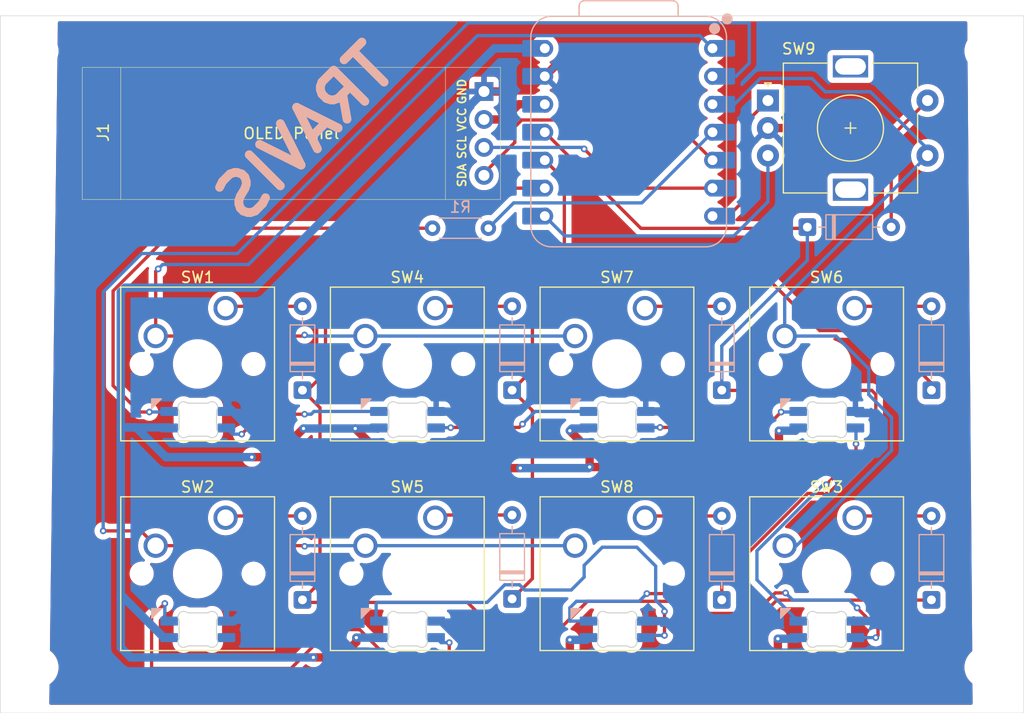
<source format=kicad_pcb>
(kicad_pcb (version 20241229) (generator "pcbnew") (generator_version "9.0")
  (layers (0 "F.Cu" signal) (2 "B.Cu" signal) (13 "F.Paste" user) (15 "B.Paste" user) (5 "F.SilkS" user "F.Silkscreen") (7 "B.SilkS" user "B.Silkscreen") (1 "F.Mask" user) (3 "B.Mask" user) (25 "Edge.Cuts" user))
  (net 0 "")
  (net 1 "Net-(D1-A)")
  (net 2 "/ROW1")
  (net 3 "Net-(D2-A)")
  (net 4 "Net-(D3-A)")
  (net 5 "Net-(D4-A)")
  (net 6 "/ROW2")
  (net 7 "Net-(D5-A)")
  (net 8 "Net-(D6-A)")
  (net 9 "Net-(D7-A)")
  (net 10 "/ROW3")
  (net 11 "Net-(D8-A)")
  (net 12 "/sw11row")
  (net 13 "/SCL")
  (net 14 "+3V3")
  (net 15 "/SDA")
  (net 16 "GND")
  (net 17 "+5V")
  (net 18 "Net-(led1-DIN)")
  (net 19 "Net-(led1-DOUT)")
  (net 20 "Net-(led2-DOUT)")
  (net 21 "Net-(led3-DOUT)")
  (net 22 "Net-(led4-DOUT)")
  (net 23 "Net-(led5-DOUT)")
  (net 24 "Net-(led6-DOUT)")
  (net 25 "Net-(led7-DOUT)")
  (net 27 "/RGBW_data")
  (net 28 "/COL1")
  (net 29 "/COL2")
  (net 30 "/COL3")
  (net 31 "/EnB")
  (net 32 "/EnA")
  (footprint "custem_file:MX_SK6812MINI-E_REV" (layer "F.Cu") (at 40.5 90.47)
    (property "Reference" "led8" (hide yes))
    (property "Value" "SK6812MINI" (hide yes))
    (fp_line (start -1.699999 5.782842) (end -1.699999 4.377158) (stroke (width 0.1)) (layer "Edge.Cuts"))
    (fp_line (start -0.794452 3.58) (end 0.794452 3.58) (stroke (width 0.1)) (layer "Edge.Cuts"))
    (fp_line (start 0.794452 6.579999) (end -0.794453 6.579999) (stroke (width 0.1)) (layer "Edge.Cuts"))
    (fp_line (start 1.699999 4.377158) (end 1.699999 5.782842) (stroke (width 0.1)) (layer "Edge.Cuts"))
    (fp_arc (start -1.749484 4.16028) (mid -1.712527 4.265932) (end -1.699999 4.377158) (stroke (width 0.1)) (layer "Edge.Cuts"))
    (fp_arc (start -1.749484 4.160281) (mid -1.638072 3.575965) (end -1.046711 3.511701) (stroke (width 0.1)) (layer "Edge.Cuts"))
    (fp_arc (start -1.699999 5.782843) (mid -1.712527 5.894068) (end -1.749484 5.99972) (stroke (width 0.1)) (layer "Edge.Cuts"))
    (fp_arc (start -1.046711 6.648298) (mid -1.638071 6.584034) (end -1.749484 5.99972) (stroke (width 0.1)) (layer "Edge.Cuts"))
    (fp_arc (start -1.046711 6.648298) (mid -0.925123 6.597376) (end -0.794453 6.579999) (stroke (width 0.1)) (layer "Edge.Cuts"))
    (fp_arc (start -0.794452 3.58) (mid -0.925123 3.562623) (end -1.046711 3.511701) (stroke (width 0.1)) (layer "Edge.Cuts"))
    (fp_arc (start 0.794453 6.58) (mid 0.925123 6.597377) (end 1.046711 6.648299) (stroke (width 0.1)) (layer "Edge.Cuts"))
    (fp_arc (start 1.04671 3.511701) (mid 0.925122 3.562623) (end 0.794452 3.58) (stroke (width 0.1)) (layer "Edge.Cuts"))
    (fp_arc (start 1.046711 3.511703) (mid 1.63807 3.575966) (end 1.749484 4.16028) (stroke (width 0.1)) (layer "Edge.Cuts"))
    (fp_arc (start 1.699999 4.377157) (mid 1.712527 4.265932) (end 1.749484 4.16028) (stroke (width 0.1)) (layer "Edge.Cuts"))
    (fp_arc (start 1.749484 5.99972) (mid 1.638071 6.584035) (end 1.046711 6.648299) (stroke (width 0.1)) (layer "Edge.Cuts"))
    (fp_arc (start 1.749484 5.99972) (mid 1.712527 5.894068) (end 1.699999 5.782842) (stroke (width 0.1)) (layer "Edge.Cuts"))
  )
  (footprint "custem_file:MX_SK6812MINI-E_REV" (layer "F.Cu") (at 78.6 71.42)
    (property "Reference" "led3" (hide yes))
    (property "Value" "SK6812MINI" (hide yes))
    (fp_line (start -1.699999 5.782842) (end -1.699999 4.377158) (stroke (width 0.1)) (layer "Edge.Cuts"))
    (fp_line (start -0.794452 3.58) (end 0.794452 3.58) (stroke (width 0.1)) (layer "Edge.Cuts"))
    (fp_line (start 0.794452 6.579999) (end -0.794453 6.579999) (stroke (width 0.1)) (layer "Edge.Cuts"))
    (fp_line (start 1.699999 4.377158) (end 1.699999 5.782842) (stroke (width 0.1)) (layer "Edge.Cuts"))
    (fp_arc (start -1.749484 4.16028) (mid -1.712527 4.265932) (end -1.699999 4.377158) (stroke (width 0.1)) (layer "Edge.Cuts"))
    (fp_arc (start -1.749484 4.160281) (mid -1.638072 3.575965) (end -1.046711 3.511701) (stroke (width 0.1)) (layer "Edge.Cuts"))
    (fp_arc (start -1.699999 5.782843) (mid -1.712527 5.894068) (end -1.749484 5.99972) (stroke (width 0.1)) (layer "Edge.Cuts"))
    (fp_arc (start -1.046711 6.648298) (mid -1.638071 6.584034) (end -1.749484 5.99972) (stroke (width 0.1)) (layer "Edge.Cuts"))
    (fp_arc (start -1.046711 6.648298) (mid -0.925123 6.597376) (end -0.794453 6.579999) (stroke (width 0.1)) (layer "Edge.Cuts"))
    (fp_arc (start -0.794452 3.58) (mid -0.925123 3.562623) (end -1.046711 3.511701) (stroke (width 0.1)) (layer "Edge.Cuts"))
    (fp_arc (start 0.794453 6.58) (mid 0.925123 6.597377) (end 1.046711 6.648299) (stroke (width 0.1)) (layer "Edge.Cuts"))
    (fp_arc (start 1.04671 3.511701) (mid 0.925122 3.562623) (end 0.794452 3.58) (stroke (width 0.1)) (layer "Edge.Cuts"))
    (fp_arc (start 1.046711 3.511703) (mid 1.63807 3.575966) (end 1.749484 4.16028) (stroke (width 0.1)) (layer "Edge.Cuts"))
    (fp_arc (start 1.699999 4.377157) (mid 1.712527 4.265932) (end 1.749484 4.16028) (stroke (width 0.1)) (layer "Edge.Cuts"))
    (fp_arc (start 1.749484 5.99972) (mid 1.638071 6.584035) (end 1.046711 6.648299) (stroke (width 0.1)) (layer "Edge.Cuts"))
    (fp_arc (start 1.749484 5.99972) (mid 1.712527 5.894068) (end 1.699999 5.782842) (stroke (width 0.1)) (layer "Edge.Cuts"))
  )
  (footprint "Button_Switch_Keyboard:SW_Cherry_MX_1.00u_PCB" (layer "F.Cu") (at 81.12125 85.4075)
    (property "Reference" "SW8")
    (property "Value" "keyswitch" (hide yes))
  )
  (footprint "MountingHole:MountingHole_3.2mm_M3" (layer "F.Cu") (at 112 43)
    (property "Reference" "H1" (hide yes))
    (property "Value" "MountingHole" (hide yes))
  )
  (footprint "Button_Switch_Keyboard:SW_Cherry_MX_1.00u_PCB" (layer "F.Cu") (at 62.07125 85.4075)
    (property "Reference" "SW5")
    (property "Value" "keyswitch" (hide yes))
  )
  (footprint "custem_file:MX_SK6812MINI-E_REV" (layer "F.Cu") (at 78.6 90.47)
    (property "Reference" "led6" (hide yes))
    (property "Value" "SK6812MINI" (hide yes))
    (fp_line (start -1.699999 5.782842) (end -1.699999 4.377158) (stroke (width 0.1)) (layer "Edge.Cuts"))
    (fp_line (start -0.794452 3.58) (end 0.794452 3.58) (stroke (width 0.1)) (layer "Edge.Cuts"))
    (fp_line (start 0.794452 6.579999) (end -0.794453 6.579999) (stroke (width 0.1)) (layer "Edge.Cuts"))
    (fp_line (start 1.699999 4.377158) (end 1.699999 5.782842) (stroke (width 0.1)) (layer "Edge.Cuts"))
    (fp_arc (start -1.749484 4.16028) (mid -1.712527 4.265932) (end -1.699999 4.377158) (stroke (width 0.1)) (layer "Edge.Cuts"))
    (fp_arc (start -1.749484 4.160281) (mid -1.638072 3.575965) (end -1.046711 3.511701) (stroke (width 0.1)) (layer "Edge.Cuts"))
    (fp_arc (start -1.699999 5.782843) (mid -1.712527 5.894068) (end -1.749484 5.99972) (stroke (width 0.1)) (layer "Edge.Cuts"))
    (fp_arc (start -1.046711 6.648298) (mid -1.638071 6.584034) (end -1.749484 5.99972) (stroke (width 0.1)) (layer "Edge.Cuts"))
    (fp_arc (start -1.046711 6.648298) (mid -0.925123 6.597376) (end -0.794453 6.579999) (stroke (width 0.1)) (layer "Edge.Cuts"))
    (fp_arc (start -0.794452 3.58) (mid -0.925123 3.562623) (end -1.046711 3.511701) (stroke (width 0.1)) (layer "Edge.Cuts"))
    (fp_arc (start 0.794453 6.58) (mid 0.925123 6.597377) (end 1.046711 6.648299) (stroke (width 0.1)) (layer "Edge.Cuts"))
    (fp_arc (start 1.04671 3.511701) (mid 0.925122 3.562623) (end 0.794452 3.58) (stroke (width 0.1)) (layer "Edge.Cuts"))
    (fp_arc (start 1.046711 3.511703) (mid 1.63807 3.575966) (end 1.749484 4.16028) (stroke (width 0.1)) (layer "Edge.Cuts"))
    (fp_arc (start 1.699999 4.377157) (mid 1.712527 4.265932) (end 1.749484 4.16028) (stroke (width 0.1)) (layer "Edge.Cuts"))
    (fp_arc (start 1.749484 5.99972) (mid 1.638071 6.584035) (end 1.046711 6.648299) (stroke (width 0.1)) (layer "Edge.Cuts"))
    (fp_arc (start 1.749484 5.99972) (mid 1.712527 5.894068) (end 1.699999 5.782842) (stroke (width 0.1)) (layer "Edge.Cuts"))
  )
  (footprint "MountingHole:MountingHole_3.2mm_M3" (layer "F.Cu") (at 112 99)
    (property "Reference" "H4" (hide yes))
    (property "Value" "MountingHole" (hide yes))
  )
  (footprint "Button_Switch_Keyboard:SW_Cherry_MX_1.00u_PCB" (layer "F.Cu") (at 43.02125 66.3575)
    (property "Reference" "SW1")
    (property "Value" "keyswitch" (hide yes))
  )
  (footprint "Rotary_Encoder:RotaryEncoder_Alps_EC11E-Switch_Vertical_H20mm" (layer "F.Cu") (at 92.3 47.5)
    (property "Reference" "SW9")
    (property "Value" "RotaryEncoder_Switch" (hide yes))
  )
  (footprint "custem_file:MX_SK6812MINI-E_REV" (layer "F.Cu") (at 40.5 71.42)
    (property "Reference" "led1" (hide yes))
    (property "Value" "SK6812MINI" (hide yes))
    (fp_line (start -1.699999 5.782842) (end -1.699999 4.377158) (stroke (width 0.1)) (layer "Edge.Cuts"))
    (fp_line (start -0.794452 3.58) (end 0.794452 3.58) (stroke (width 0.1)) (layer "Edge.Cuts"))
    (fp_line (start 0.794452 6.579999) (end -0.794453 6.579999) (stroke (width 0.1)) (layer "Edge.Cuts"))
    (fp_line (start 1.699999 4.377158) (end 1.699999 5.782842) (stroke (width 0.1)) (layer "Edge.Cuts"))
    (fp_arc (start -1.749484 4.16028) (mid -1.712527 4.265932) (end -1.699999 4.377158) (stroke (width 0.1)) (layer "Edge.Cuts"))
    (fp_arc (start -1.749484 4.160281) (mid -1.638072 3.575965) (end -1.046711 3.511701) (stroke (width 0.1)) (layer "Edge.Cuts"))
    (fp_arc (start -1.699999 5.782843) (mid -1.712527 5.894068) (end -1.749484 5.99972) (stroke (width 0.1)) (layer "Edge.Cuts"))
    (fp_arc (start -1.046711 6.648298) (mid -1.638071 6.584034) (end -1.749484 5.99972) (stroke (width 0.1)) (layer "Edge.Cuts"))
    (fp_arc (start -1.046711 6.648298) (mid -0.925123 6.597376) (end -0.794453 6.579999) (stroke (width 0.1)) (layer "Edge.Cuts"))
    (fp_arc (start -0.794452 3.58) (mid -0.925123 3.562623) (end -1.046711 3.511701) (stroke (width 0.1)) (layer "Edge.Cuts"))
    (fp_arc (start 0.794453 6.58) (mid 0.925123 6.597377) (end 1.046711 6.648299) (stroke (width 0.1)) (layer "Edge.Cuts"))
    (fp_arc (start 1.04671 3.511701) (mid 0.925122 3.562623) (end 0.794452 3.58) (stroke (width 0.1)) (layer "Edge.Cuts"))
    (fp_arc (start 1.046711 3.511703) (mid 1.63807 3.575966) (end 1.749484 4.16028) (stroke (width 0.1)) (layer "Edge.Cuts"))
    (fp_arc (start 1.699999 4.377157) (mid 1.712527 4.265932) (end 1.749484 4.16028) (stroke (width 0.1)) (layer "Edge.Cuts"))
    (fp_arc (start 1.749484 5.99972) (mid 1.638071 6.584035) (end 1.046711 6.648299) (stroke (width 0.1)) (layer "Edge.Cuts"))
    (fp_arc (start 1.749484 5.99972) (mid 1.712527 5.894068) (end 1.699999 5.782842) (stroke (width 0.1)) (layer "Edge.Cuts"))
  )
  (footprint "Button_Switch_Keyboard:SW_Cherry_MX_1.00u_PCB" (layer "F.Cu") (at 43.02125 85.4075)
    (property "Reference" "SW2")
    (property "Value" "keyswitch" (hide yes))
  )
  (footprint "Button_Switch_Keyboard:SW_Cherry_MX_1.00u_PCB" (layer "F.Cu") (at 81.12125 66.3575)
    (property "Reference" "SW7")
    (property "Value" "keyswitch" (hide yes))
  )
  (footprint "custem_file:MX_SK6812MINI-E_REV" (layer "F.Cu") (at 97.65 90.47)
    (property "Reference" "led5" (hide yes))
    (property "Value" "SK6812MINI" (hide yes))
    (fp_line (start -1.699999 5.782842) (end -1.699999 4.377158) (stroke (width 0.1)) (layer "Edge.Cuts"))
    (fp_line (start -0.794452 3.58) (end 0.794452 3.58) (stroke (width 0.1)) (layer "Edge.Cuts"))
    (fp_line (start 0.794452 6.579999) (end -0.794453 6.579999) (stroke (width 0.1)) (layer "Edge.Cuts"))
    (fp_line (start 1.699999 4.377158) (end 1.699999 5.782842) (stroke (width 0.1)) (layer "Edge.Cuts"))
    (fp_arc (start -1.749484 4.16028) (mid -1.712527 4.265932) (end -1.699999 4.377158) (stroke (width 0.1)) (layer "Edge.Cuts"))
    (fp_arc (start -1.749484 4.160281) (mid -1.638072 3.575965) (end -1.046711 3.511701) (stroke (width 0.1)) (layer "Edge.Cuts"))
    (fp_arc (start -1.699999 5.782843) (mid -1.712527 5.894068) (end -1.749484 5.99972) (stroke (width 0.1)) (layer "Edge.Cuts"))
    (fp_arc (start -1.046711 6.648298) (mid -1.638071 6.584034) (end -1.749484 5.99972) (stroke (width 0.1)) (layer "Edge.Cuts"))
    (fp_arc (start -1.046711 6.648298) (mid -0.925123 6.597376) (end -0.794453 6.579999) (stroke (width 0.1)) (layer "Edge.Cuts"))
    (fp_arc (start -0.794452 3.58) (mid -0.925123 3.562623) (end -1.046711 3.511701) (stroke (width 0.1)) (layer "Edge.Cuts"))
    (fp_arc (start 0.794453 6.58) (mid 0.925123 6.597377) (end 1.046711 6.648299) (stroke (width 0.1)) (layer "Edge.Cuts"))
    (fp_arc (start 1.04671 3.511701) (mid 0.925122 3.562623) (end 0.794452 3.58) (stroke (width 0.1)) (layer "Edge.Cuts"))
    (fp_arc (start 1.046711 3.511703) (mid 1.63807 3.575966) (end 1.749484 4.16028) (stroke (width 0.1)) (layer "Edge.Cuts"))
    (fp_arc (start 1.699999 4.377157) (mid 1.712527 4.265932) (end 1.749484 4.16028) (stroke (width 0.1)) (layer "Edge.Cuts"))
    (fp_arc (start 1.749484 5.99972) (mid 1.638071 6.584035) (end 1.046711 6.648299) (stroke (width 0.1)) (layer "Edge.Cuts"))
    (fp_arc (start 1.749484 5.99972) (mid 1.712527 5.894068) (end 1.699999 5.782842) (stroke (width 0.1)) (layer "Edge.Cuts"))
  )
  (footprint "custem_file:MX_SK6812MINI-E_REV" (layer "F.Cu") (at 59.55 90.47)
    (property "Reference" "led7" (hide yes))
    (property "Value" "SK6812MINI" (hide yes))
    (fp_line (start -1.699999 5.782842) (end -1.699999 4.377158) (stroke (width 0.1)) (layer "Edge.Cuts"))
    (fp_line (start -0.794452 3.58) (end 0.794452 3.58) (stroke (width 0.1)) (layer "Edge.Cuts"))
    (fp_line (start 0.794452 6.579999) (end -0.794453 6.579999) (stroke (width 0.1)) (layer "Edge.Cuts"))
    (fp_line (start 1.699999 4.377158) (end 1.699999 5.782842) (stroke (width 0.1)) (layer "Edge.Cuts"))
    (fp_arc (start -1.749484 4.16028) (mid -1.712527 4.265932) (end -1.699999 4.377158) (stroke (width 0.1)) (layer "Edge.Cuts"))
    (fp_arc (start -1.749484 4.160281) (mid -1.638072 3.575965) (end -1.046711 3.511701) (stroke (width 0.1)) (layer "Edge.Cuts"))
    (fp_arc (start -1.699999 5.782843) (mid -1.712527 5.894068) (end -1.749484 5.99972) (stroke (width 0.1)) (layer "Edge.Cuts"))
    (fp_arc (start -1.046711 6.648298) (mid -1.638071 6.584034) (end -1.749484 5.99972) (stroke (width 0.1)) (layer "Edge.Cuts"))
    (fp_arc (start -1.046711 6.648298) (mid -0.925123 6.597376) (end -0.794453 6.579999) (stroke (width 0.1)) (layer "Edge.Cuts"))
    (fp_arc (start -0.794452 3.58) (mid -0.925123 3.562623) (end -1.046711 3.511701) (stroke (width 0.1)) (layer "Edge.Cuts"))
    (fp_arc (start 0.794453 6.58) (mid 0.925123 6.597377) (end 1.046711 6.648299) (stroke (width 0.1)) (layer "Edge.Cuts"))
    (fp_arc (start 1.04671 3.511701) (mid 0.925122 3.562623) (end 0.794452 3.58) (stroke (width 0.1)) (layer "Edge.Cuts"))
    (fp_arc (start 1.046711 3.511703) (mid 1.63807 3.575966) (end 1.749484 4.16028) (stroke (width 0.1)) (layer "Edge.Cuts"))
    (fp_arc (start 1.699999 4.377157) (mid 1.712527 4.265932) (end 1.749484 4.16028) (stroke (width 0.1)) (layer "Edge.Cuts"))
    (fp_arc (start 1.749484 5.99972) (mid 1.638071 6.584035) (end 1.046711 6.648299) (stroke (width 0.1)) (layer "Edge.Cuts"))
    (fp_arc (start 1.749484 5.99972) (mid 1.712527 5.894068) (end 1.699999 5.782842) (stroke (width 0.1)) (layer "Edge.Cuts"))
  )
  (footprint "Button_Switch_Keyboard:SW_Cherry_MX_1.00u_PCB" (layer "F.Cu") (at 100.17125 66.3575)
    (property "Reference" "SW6")
    (property "Value" "keyswitch" (hide yes))
  )
  (footprint "custem_file:MX_SK6812MINI-E_REV" (layer "F.Cu") (at 97.65 71.42)
    (property "Reference" "led4" (hide yes))
    (property "Value" "SK6812MINI" (hide yes))
    (fp_line (start -1.699999 5.782842) (end -1.699999 4.377158) (stroke (width 0.1)) (layer "Edge.Cuts"))
    (fp_line (start -0.794452 3.58) (end 0.794452 3.58) (stroke (width 0.1)) (layer "Edge.Cuts"))
    (fp_line (start 0.794452 6.579999) (end -0.794453 6.579999) (stroke (width 0.1)) (layer "Edge.Cuts"))
    (fp_line (start 1.699999 4.377158) (end 1.699999 5.782842) (stroke (width 0.1)) (layer "Edge.Cuts"))
    (fp_arc (start -1.749484 4.16028) (mid -1.712527 4.265932) (end -1.699999 4.377158) (stroke (width 0.1)) (layer "Edge.Cuts"))
    (fp_arc (start -1.749484 4.160281) (mid -1.638072 3.575965) (end -1.046711 3.511701) (stroke (width 0.1)) (layer "Edge.Cuts"))
    (fp_arc (start -1.699999 5.782843) (mid -1.712527 5.894068) (end -1.749484 5.99972) (stroke (width 0.1)) (layer "Edge.Cuts"))
    (fp_arc (start -1.046711 6.648298) (mid -1.638071 6.584034) (end -1.749484 5.99972) (stroke (width 0.1)) (layer "Edge.Cuts"))
    (fp_arc (start -1.046711 6.648298) (mid -0.925123 6.597376) (end -0.794453 6.579999) (stroke (width 0.1)) (layer "Edge.Cuts"))
    (fp_arc (start -0.794452 3.58) (mid -0.925123 3.562623) (end -1.046711 3.511701) (stroke (width 0.1)) (layer "Edge.Cuts"))
    (fp_arc (start 0.794453 6.58) (mid 0.925123 6.597377) (end 1.046711 6.648299) (stroke (width 0.1)) (layer "Edge.Cuts"))
    (fp_arc (start 1.04671 3.511701) (mid 0.925122 3.562623) (end 0.794452 3.58) (stroke (width 0.1)) (layer "Edge.Cuts"))
    (fp_arc (start 1.046711 3.511703) (mid 1.63807 3.575966) (end 1.749484 4.16028) (stroke (width 0.1)) (layer "Edge.Cuts"))
    (fp_arc (start 1.699999 4.377157) (mid 1.712527 4.265932) (end 1.749484 4.16028) (stroke (width 0.1)) (layer "Edge.Cuts"))
    (fp_arc (start 1.749484 5.99972) (mid 1.638071 6.584035) (end 1.046711 6.648299) (stroke (width 0.1)) (layer "Edge.Cuts"))
    (fp_arc (start 1.749484 5.99972) (mid 1.712527 5.894068) (end 1.699999 5.782842) (stroke (width 0.1)) (layer "Edge.Cuts"))
  )
  (footprint "MountingHole:MountingHole_3.2mm_M3" (layer "F.Cu") (at 26 43)
    (property "Reference" "H2" (hide yes))
    (property "Value" "MountingHole" (hide yes))
  )
  (footprint "Button_Switch_Keyboard:SW_Cherry_MX_1.00u_PCB" (layer "F.Cu") (at 100.17125 85.4075)
    (property "Reference" "SW3")
    (property "Value" "keyswitch" (hide yes))
  )
  (footprint "custem_file:MX_SK6812MINI-E_REV" (layer "F.Cu") (at 59.55 71.42)
    (property "Reference" "led2" (hide yes))
    (property "Value" "SK6812MINI" (hide yes))
    (fp_line (start -1.699999 5.782842) (end -1.699999 4.377158) (stroke (width 0.1)) (layer "Edge.Cuts"))
    (fp_line (start -0.794452 3.58) (end 0.794452 3.58) (stroke (width 0.1)) (layer "Edge.Cuts"))
    (fp_line (start 0.794452 6.579999) (end -0.794453 6.579999) (stroke (width 0.1)) (layer "Edge.Cuts"))
    (fp_line (start 1.699999 4.377158) (end 1.699999 5.782842) (stroke (width 0.1)) (layer "Edge.Cuts"))
    (fp_arc (start -1.749484 4.16028) (mid -1.712527 4.265932) (end -1.699999 4.377158) (stroke (width 0.1)) (layer "Edge.Cuts"))
    (fp_arc (start -1.749484 4.160281) (mid -1.638072 3.575965) (end -1.046711 3.511701) (stroke (width 0.1)) (layer "Edge.Cuts"))
    (fp_arc (start -1.699999 5.782843) (mid -1.712527 5.894068) (end -1.749484 5.99972) (stroke (width 0.1)) (layer "Edge.Cuts"))
    (fp_arc (start -1.046711 6.648298) (mid -1.638071 6.584034) (end -1.749484 5.99972) (stroke (width 0.1)) (layer "Edge.Cuts"))
    (fp_arc (start -1.046711 6.648298) (mid -0.925123 6.597376) (end -0.794453 6.579999) (stroke (width 0.1)) (layer "Edge.Cuts"))
    (fp_arc (start -0.794452 3.58) (mid -0.925123 3.562623) (end -1.046711 3.511701) (stroke (width 0.1)) (layer "Edge.Cuts"))
    (fp_arc (start 0.794453 6.58) (mid 0.925123 6.597377) (end 1.046711 6.648299) (stroke (width 0.1)) (layer "Edge.Cuts"))
    (fp_arc (start 1.04671 3.511701) (mid 0.925122 3.562623) (end 0.794452 3.58) (stroke (width 0.1)) (layer "Edge.Cuts"))
    (fp_arc (start 1.046711 3.511703) (mid 1.63807 3.575966) (end 1.749484 4.16028) (stroke (width 0.1)) (layer "Edge.Cuts"))
    (fp_arc (start 1.699999 4.377157) (mid 1.712527 4.265932) (end 1.749484 4.16028) (stroke (width 0.1)) (layer "Edge.Cuts"))
    (fp_arc (start 1.749484 5.99972) (mid 1.638071 6.584035) (end 1.046711 6.648299) (stroke (width 0.1)) (layer "Edge.Cuts"))
    (fp_arc (start 1.749484 5.99972) (mid 1.712527 5.894068) (end 1.699999 5.782842) (stroke (width 0.1)) (layer "Edge.Cuts"))
  )
  (footprint "Button_Switch_Keyboard:SW_Cherry_MX_1.00u_PCB" (layer "F.Cu") (at 62.07125 66.3575)
    (property "Reference" "SW4")
    (property "Value" "keyswitch" (hide yes))
  )
  (footprint "custem_file:SSD1306-0.91-OLED-4pin-128x32" (layer "F.Cu") (at 30 44.49)
    (property "Reference" "J1")
    (property "Value" "Conn_01x04" (hide yes))
  )
  (footprint "MountingHole:MountingHole_3.2mm_M3" (layer "F.Cu") (at 26 99)
    (property "Reference" "H3" (hide yes))
    (property "Value" "MountingHole" (hide yes))
  )
  (footprint "Diode_THT:D_DO-35_SOD27_P7.62mm_Horizontal" (layer "B.Cu") (at 107.15625 92.86875 90)
    (property "Reference" "D3" (hide yes))
    (property "Value" "1N4148" (hide yes))
  )
  (footprint "Diode_THT:D_DO-35_SOD27_P7.62mm_Horizontal" (layer "B.Cu") (at 88.10625 73.81875 90)
    (property "Reference" "D7" (hide yes))
    (property "Value" "1N4148" (hide yes))
  )
  (footprint "Diode_THT:D_DO-35_SOD27_P7.62mm_Horizontal" (layer "B.Cu") (at 50.00625 73.81875 90)
    (property "Reference" "D1" (hide yes))
    (property "Value" "1N4148" (hide yes))
  )
  (footprint "Diode_THT:D_DO-35_SOD27_P7.62mm_Horizontal" (layer "B.Cu") (at 69.05625 73.81875 90)
    (property "Reference" "D4" (hide yes))
    (property "Value" "1N4148" (hide yes))
  )
  (footprint "Diode_THT:D_DO-35_SOD27_P7.62mm_Horizontal" (layer "B.Cu") (at 69.05625 92.78125 90)
    (property "Reference" "D5" (hide yes))
    (property "Value" "1N4148" (hide yes))
  )
  (footprint "Diode_THT:D_DO-35_SOD27_P7.62mm_Horizontal" (layer "B.Cu") (at 50.00625 92.86875 90)
    (property "Reference" "D2" (hide yes))
    (property "Value" "1N4148" (hide yes))
  )
  (footprint "Resistor_THT:R_Axial_DIN0204_L3.6mm_D1.6mm_P5.08mm_Horizontal" (layer "B.Cu") (at 66.9 59.1 180)
    (property "Reference" "R1")
    (property "Value" "330ohm")
  )
  (footprint "OPL:XIAO-RP2040-DIP" (layer "B.Cu") (at 79.645 50.38 180)
    (property "Reference" "U1" (hide yes))
    (property "Value" "XIAO-RP2040-DIP")
  )
  (footprint "Diode_THT:D_DO-35_SOD27_P7.62mm_Horizontal" (layer "B.Cu") (at 107.15625 73.81875 90)
    (property "Reference" "D6" (hide yes))
    (property "Value" "1N4148" (hide yes))
  )
  (footprint "Diode_THT:D_DO-35_SOD27_P7.62mm_Horizontal" (layer "B.Cu") (at 88.10625 92.86875 90)
    (property "Reference" "D8" (hide yes))
    (property "Value" "1N4148" (hide yes))
  )
  (footprint "Diode_THT:D_DO-35_SOD27_P7.62mm_Horizontal" (layer "B.Cu") (at 95.88 59)
    (property "Reference" "D9" (hide yes))
    (property "Value" "1N4148" (hide yes))
  )
  (gr_rect (start 22.55 39.8) (end 115.55 103.15) (stroke (width 0.05)) (fill no) (layer "Edge.Cuts"))
  (gr_text "TRAVIS" (at 59.25 44.75 45) (layer "B.SilkS") (effects (font (size 4 4) (thickness 0.8) (bold yes)) (justify left bottom mirror)))
  (segment (start 50.00625 66.19875) (end 43.18 66.19875) (width 0.3) (layer "F.Cu") (net 1))
  (segment (start 43.18 66.19875) (end 43.02125 66.3575) (width 0.3) (layer "F.Cu") (net 1))
  (segment (start 50.00625 73.81875) (end 51.6 75.4125) (width 0.3) (layer "F.Cu") (net 2))
  (segment (start 52.1 72.2) (end 50.48125 73.81875) (width 0.3) (layer "F.Cu") (net 2))
  (segment (start 65 93.1) (end 67.6 95.7) (width 0.3) (layer "F.Cu") (net 2))
  (segment (start 50.48125 73.81875) (end 50.00625 73.81875) (width 0.3) (layer "F.Cu") (net 2))
  (segment (start 62.3 61.5) (end 55.2 61.5) (width 0.3) (layer "F.Cu") (net 2))
  (segment (start 72.025 55.46) (end 68.34 55.46) (width 0.3) (layer "F.Cu") (net 2))
  (segment (start 86 94.9) (end 91.1 94.9) (width 0.3) (layer "F.Cu") (net 2))
  (segment (start 55.2 61.5) (end 52.1 64.6) (width 0.3) (layer "F.Cu") (net 2))
  (segment (start 75.9 93) (end 84.1 93) (width 0.3) (layer "F.Cu") (net 2))
  (segment (start 50.2375 93.1) (end 65 93.1) (width 0.3) (layer "F.Cu") (net 2))
  (segment (start 52.1 64.6) (end 52.1 72.2) (width 0.3) (layer "F.Cu") (net 2))
  (segment (start 51.6 91.275) (end 50.00625 92.86875) (width 0.3) (layer "F.Cu") (net 2))
  (segment (start 84.1 93) (end 86 94.9) (width 0.3) (layer "F.Cu") (net 2))
  (segment (start 91.1 94.9) (end 93.1115 92.8885) (width 0.3) (layer "F.Cu") (net 2))
  (segment (start 93.1115 92.8885) (end 107.1365 92.8885) (width 0.3) (layer "F.Cu") (net 2))
  (segment (start 51.6 75.4125) (end 51.6 91.275) (width 0.3) (layer "F.Cu") (net 2))
  (segment (start 68.34 55.46) (end 62.3 61.5) (width 0.3) (layer "F.Cu") (net 2))
  (segment (start 50.00625 92.86875) (end 50.2375 93.1) (width 0.3) (layer "F.Cu") (net 2))
  (segment (start 107.1365 92.8885) (end 107.15625 92.86875) (width 0.3) (layer "F.Cu") (net 2))
  (segment (start 73.2 95.7) (end 75.9 93) (width 0.3) (layer "F.Cu") (net 2))
  (segment (start 67.6 95.7) (end 73.2 95.7) (width 0.3) (layer "F.Cu") (net 2))
  (segment (start 43.18 85.24875) (end 43.02125 85.4075) (width 0.3) (layer "F.Cu") (net 3))
  (segment (start 50.00625 85.24875) (end 43.18 85.24875) (width 0.3) (layer "F.Cu") (net 3))
  (segment (start 100.33 85.24875) (end 100.17125 85.4075) (width 0.3) (layer "F.Cu") (net 4))
  (segment (start 107.15625 85.24875) (end 100.33 85.24875) (width 0.3) (layer "F.Cu") (net 4))
  (segment (start 69.05625 66.19875) (end 62.23 66.19875) (width 0.3) (layer "F.Cu") (net 5))
  (segment (start 62.23 66.19875) (end 62.07125 66.3575) (width 0.3) (layer "F.Cu") (net 5))
  (segment (start 70.9 71.975) (end 69.05625 73.81875) (width 0.3) (layer "F.Cu") (net 6))
  (segment (start 70.9 90.9375) (end 70.9 75.6625) (width 0.3) (layer "F.Cu") (net 6))
  (segment (start 102.36875 68.4) (end 97 68.4) (width 0.3) (layer "F.Cu") (net 6))
  (segment (start 70.9 75.6625) (end 69.05625 73.81875) (width 0.3) (layer "F.Cu") (net 6))
  (segment (start 107.15625 73.1875) (end 102.36875 68.4) (width 0.3) (layer "F.Cu") (net 6))
  (segment (start 97 68.4) (end 89.9 61.3) (width 0.3) (layer "F.Cu") (net 6))
  (segment (start 69.05625 92.78125) (end 70.9 90.9375) (width 0.3) (layer "F.Cu") (net 6))
  (segment (start 73.8 61.3) (end 70.9 64.2) (width 0.3) (layer "F.Cu") (net 6))
  (segment (start 72.025 52.92) (end 73.8 54.695) (width 0.3) (layer "F.Cu") (net 6))
  (segment (start 73.8 54.695) (end 73.8 61.3) (width 0.3) (layer "F.Cu") (net 6))
  (segment (start 89.9 61.3) (end 73.8 61.3) (width 0.3) (layer "F.Cu") (net 6))
  (segment (start 70.9 64.2) (end 70.9 71.975) (width 0.3) (layer "F.Cu") (net 6))
  (segment (start 107.15625 73.81875) (end 107.15625 73.1875) (width 0.3) (layer "F.Cu") (net 6))
  (segment (start 69.05625 85.16125) (end 62.3175 85.16125) (width 0.3) (layer "F.Cu") (net 7))
  (segment (start 62.3175 85.16125) (end 62.07125 85.4075) (width 0.3) (layer "F.Cu") (net 7))
  (segment (start 107.15625 66.19875) (end 100.33 66.19875) (width 0.3) (layer "F.Cu") (net 8))
  (segment (start 100.33 66.19875) (end 100.17125 66.3575) (width 0.3) (layer "F.Cu") (net 8))
  (segment (start 81.28 66.19875) (end 81.12125 66.3575) (width 0.3) (layer "F.Cu") (net 9))
  (segment (start 88.10625 66.19875) (end 81.28 66.19875) (width 0.3) (layer "F.Cu") (net 9))
  (segment (start 80.758 59.113) (end 95.767 59.113) (width 0.3) (layer "F.Cu") (net 10))
  (segment (start 88.126 73.8385) (end 101.7385 73.8385) (width 0.3) (layer "F.Cu") (net 10))
  (segment (start 88.10625 73.81875) (end 88.126 73.8385) (width 0.3) (layer "F.Cu") (net 10))
  (segment (start 102.1 74.2) (end 102.1 78.9) (width 0.3) (layer "F.Cu") (net 10))
  (segment (start 88.10625 90.99375) (end 88.10625 92.86875) (width 0.3) (layer "F.Cu") (net 10))
  (segment (start 95.9 83.2) (end 88.10625 90.99375) (width 0.3) (layer "F.Cu") (net 10))
  (segment (start 72.025 50.38) (end 80.758 59.113) (width 0.3) (layer "F.Cu") (net 10))
  (segment (start 102.1 78.9) (end 97.8 83.2) (width 0.3) (layer "F.Cu") (net 10))
  (segment (start 95.767 59.113) (end 95.88 59) (width 0.3) (layer "F.Cu") (net 10))
  (segment (start 101.7385 73.8385) (end 102.1 74.2) (width 0.3) (layer "F.Cu") (net 10))
  (segment (start 97.8 83.2) (end 95.9 83.2) (width 0.3) (layer "F.Cu") (net 10))
  (segment (start 95.88 62.02) (end 95.88 59) (width 0.3) (layer "B.Cu") (net 10))
  (segment (start 88.10625 73.81875) (end 88.10625 69.79375) (width 0.3) (layer "B.Cu") (net 10))
  (segment (start 88.10625 69.79375) (end 95.88 62.02) (width 0.3) (layer "B.Cu") (net 10))
  (segment (start 81.28 85.24875) (end 81.12125 85.4075) (width 0.3) (layer "F.Cu") (net 11))
  (segment (start 88.10625 85.24875) (end 81.28 85.24875) (width 0.3) (layer "F.Cu") (net 11))
  (segment (start 106.8 47.5) (end 103.5 50.8) (width 0.3) (layer "F.Cu") (net 12))
  (segment (start 103.5 50.8) (end 103.5 59) (width 0.3) (layer "F.Cu") (net 12))
  (segment (start 87.265 55.46) (end 79.16 55.46) (width 0.3) (layer "F.Cu") (net 13))
  (segment (start 79.16 55.46) (end 75.6 51.9) (width 0.3) (layer "F.Cu") (net 13))
  (via (at 75.6 51.9) (size 0.6) (drill 0.3) (layers "F.Cu" "B.Cu") (net 13))
  (segment (start 75.46 51.76) (end 66.5 51.76) (width 0.3) (layer "B.Cu") (net 13))
  (segment (start 75.6 51.9) (end 75.46 51.76) (width 0.3) (layer "B.Cu") (net 13))
  (segment (start 69.66 47.84) (end 68.28 49.22) (width 0.762) (layer "F.Cu") (net 14))
  (segment (start 68.28 49.22) (end 66.5 49.22) (width 0.762) (layer "F.Cu") (net 14))
  (segment (start 72.025 47.84) (end 69.66 47.84) (width 0.762) (layer "F.Cu") (net 14))
  (segment (start 69.3 51.3) (end 66.5 54.1) (width 0.3) (layer "F.Cu") (net 15))
  (segment (start 69.933 49.267) (end 69.3 49.9) (width 0.3) (layer "F.Cu") (net 15))
  (segment (start 83.612 49.267) (end 69.933 49.267) (width 0.3) (layer "F.Cu") (net 15))
  (segment (start 66.5 54.1) (end 66.5 54.3) (width 0.3) (layer "F.Cu") (net 15))
  (segment (start 87.265 52.92) (end 83.612 49.267) (width 0.3) (layer "F.Cu") (net 15))
  (segment (start 69.3 49.9) (end 69.3 51.3) (width 0.3) (layer "F.Cu") (net 15))
  (segment (start 94.7 49.1) (end 93.8 50) (width 0.762) (layer "F.Cu") (net 16))
  (segment (start 68.22 46.68) (end 69.6 45.3) (width 0.762) (layer "F.Cu") (net 16))
  (segment (start 72.025 45.3) (end 76.225 41.1) (width 0.762) (layer "F.Cu") (net 16))
  (segment (start 89.8 41.1) (end 94.7 46) (width 0.762) (layer "F.Cu") (net 16))
  (segment (start 76.225 41.1) (end 89.8 41.1) (width 0.762) (layer "F.Cu") (net 16))
  (segment (start 69.6 45.3) (end 72.025 45.3) (width 0.762) (layer "F.Cu") (net 16))
  (segment (start 66.5 46.68) (end 68.22 46.68) (width 0.762) (layer "F.Cu") (net 16))
  (segment (start 94.7 46) (end 94.7 49.1) (width 0.762) (layer "F.Cu") (net 16))
  (segment (start 93.8 50) (end 92.3 50) (width 0.762) (layer "F.Cu") (net 16))
  (segment (start 102.4 94.8) (end 100.295233 94.8) (width 0.762) (layer "B.Cu") (net 16))
  (segment (start 102.218512 79.581488) (end 102.8 79) (width 0.762) (layer "B.Cu") (net 16))
  (segment (start 83.6 79.581488) (end 102.218512 79.581488) (width 0.762) (layer "B.Cu") (net 16))
  (segment (start 100.287695 75.787695) (end 100.287695 75.766856) (width 0.762) (layer "B.Cu") (net 16))
  (segment (start 47.5 79.581488) (end 64.6 79.581488) (width 0.762) (layer "B.Cu") (net 16))
  (segment (start 47.5 91.1) (end 45.3 93.3) (width 0.762) (layer "B.Cu") (net 16))
  (segment (start 64.6 79.581488) (end 83.6 79.581488) (width 0.762) (layer "B.Cu") (net 16))
  (segment (start 64.6 96.762692) (end 62.654164 94.816856) (width 0.762) (layer "B.Cu") (net 16))
  (segment (start 66.5 46.68) (end 43.181818 69.998182) (width 0.762) (layer "B.Cu") (net 16))
  (segment (start 100.4 75.9) (end 100.287695 75.787695) (width 0.762) (layer "B.Cu") (net 16))
  (segment (start 45.3 93.3) (end 43.8 94.8) (width 0.762) (layer "B.Cu") (net 16))
  (segment (start 102.8 79) (end 102.8 76.6) (width 0.762) (layer "B.Cu") (net 16))
  (segment (start 43.8 94.8) (end 43.154552 94.8) (width 0.762) (layer "B.Cu") (net 16))
  (segment (start 103 95.4) (end 102.4 94.8) (width 0.762) (layer "B.Cu") (net 16))
  (segment (start 84.1 95.9) (end 83 94.8) (width 0.762) (layer "B.Cu") (net 16))
  (segment (start 81.72102 94.8) (end 81.704164 94.816856) (width 0.762) (layer "B.Cu") (net 16))
  (segment (start 64.5 98.2) (end 83.2 98.2) (width 0.762) (layer "B.Cu") (net 16))
  (segment (start 43.154552 94.8) (end 43.137696 94.816856) (width 0.762) (layer "B.Cu") (net 16))
  (segment (start 55.3 98.2) (end 64.5 98.2) (width 0.762) (layer "B.Cu") (net 16))
  (segment (start 47.5 79.581488) (end 47.5 91.1) (width 0.762) (layer "B.Cu") (net 16))
  (segment (start 51.9 94.8) (end 55.3 98.2) (width 0.762) (layer "B.Cu") (net 16))
  (segment (start 43.181818 75.263306) (end 43.231216 75.522392) (width 0.762) (layer "B.Cu") (net 16))
  (segment (start 43.181818 75.263306) (end 47.5 79.581488) (width 0.762) (layer "B.Cu") (net 16))
  (segment (start 81.245233 75.75) (end 81.237696 75.766856) (width 0.762) (layer "B.Cu") (net 16))
  (segment (start 81.704164 94.816856) (end 81.237696 94.816856) (width 0.762) (layer "B.Cu") (net 16))
  (segment (start 46.8 94.8) (end 51.9 94.8) (width 0.762) (layer "B.Cu") (net 16))
  (segment (start 102.8 76.6) (end 102.1 75.9) (width 0.762) (layer "B.Cu") (net 16))
  (segment (start 83.6 79.581488) (end 83.6 76.9) (width 0.762) (layer "B.Cu") (net 16))
  (segment (start 62.654164 94.816856) (end 62.187696 94.816856) (width 0.762) (layer "B.Cu") (net 16))
  (segment (start 64.6 79.581488) (end 64.6 77.1) (width 0.762) (layer "B.Cu") (net 16))
  (segment (start 102.1 75.9) (end 100.4 75.9) (width 0.762) (layer "B.Cu") (net 16))
  (segment (start 82.45 75.75) (end 81.245233 75.75) (width 0.762) (layer "B.Cu") (net 16))
  (segment (start 63.266856 75.766856) (end 62.187696 75.766856) (width 0.762) (layer "B.Cu") (net 16))
  (segment (start 83 94.8) (end 81.72102 94.8) (width 0.762) (layer "B.Cu") (net 16))
  (segment (start 45.3 93.3) (end 46.8 94.8) (width 0.762) (layer "B.Cu") (net 16))
  (segment (start 64.5 98.2) (end 64.6 98.1) (width 0.762) (layer "B.Cu") (net 16))
  (segment (start 43.181818 69.998182) (end 43.181818 75.263306) (width 0.762) (layer "B.Cu") (net 16))
  (segment (start 103 97.7) (end 103 95.4) (width 0.762) (layer "B.Cu") (net 16))
  (segment (start 83.2 98.2) (end 102.5 98.2) (width 0.762) (layer "B.Cu") (net 16))
  (segment (start 102.5 98.2) (end 103 97.7) (width 0.762) (layer "B.Cu") (net 16))
  (segment (start 64.6 98.1) (end 64.6 96.762692) (width 0.762) (layer "B.Cu") (net 16))
  (segment (start 83.2 98.2) (end 84.1 97.3) (width 0.762) (layer "B.Cu") (net 16))
  (segment (start 43.231216 75.522392) (end 43.132806 75.763396) (width 0.762) (layer "B.Cu") (net 16))
  (segment (start 64.6 77.1) (end 63.266856 75.766856) (width 0.762) (layer "B.Cu") (net 16))
  (segment (start 84.1 97.3) (end 84.1 95.9) (width 0.762) (layer "B.Cu") (net 16))
  (segment (start 83.6 76.9) (end 82.45 75.75) (width 0.762) (layer "B.Cu") (net 16))
  (segment (start 100.295233 94.8) (end 100.287696 94.816856) (width 0.762) (layer "B.Cu") (net 16))
  (segment (start 45.4 79.9) (end 47.5 79.9) (width 0.762) (layer "F.Cu") (net 17))
  (segment (start 54.8 77.3) (end 58.4 80.9) (width 0.762) (layer "F.Cu") (net 17))
  (segment (start 74.3 77.5) (end 76.1 79.3) (width 0.762) (layer "F.Cu") (net 17))
  (segment (start 58.4 80.9) (end 69.8 80.9) (width 0.762) (layer "F.Cu") (net 17))
  (segment (start 51 98.1) (end 53.5 98.1) (width 0.762) (layer "F.Cu") (net 17))
  (segment (start 93.3 77.5) (end 93.3 78.945455) (width 0.762) (layer "F.Cu") (net 17))
  (segment (start 54.9 96.7) (end 53.5 98.1) (width 0.762) (layer "F.Cu") (net 17))
  (segment (start 76.1 79.3) (end 76.1 80.8) (width 0.762) (layer "F.Cu") (net 17))
  (segment (start 54.3 98.9) (end 74.3 98.9) (width 0.762) (layer "F.Cu") (net 17))
  (segment (start 74.3 98.9) (end 75.8 98.9) (width 0.762) (layer "F.Cu") (net 17))
  (segment (start 93.2 98.095455) (end 92.395455 98.9) (width 0.762) (layer "F.Cu") (net 17))
  (segment (start 47.5 79.9) (end 50.1 77.3) (width 0.762) (layer "F.Cu") (net 17))
  (segment (start 93.3 78.945455) (end 91.445455 80.8) (width 0.762) (layer "F.Cu") (net 17))
  (segment (start 54.9 96.3) (end 54.9 96.7) (width 0.762) (layer "F.Cu") (net 17))
  (segment (start 93.2 96.4) (end 93.2 98.095455) (width 0.762) (layer "F.Cu") (net 17))
  (segment (start 92.395455 98.9) (end 75.8 98.9) (width 0.762) (layer "F.Cu") (net 17))
  (segment (start 53.5 98.1) (end 54.3 98.9) (width 0.762) (layer "F.Cu") (net 17))
  (segment (start 91.445455 80.8) (end 76.1 80.8) (width 0.762) (layer "F.Cu") (net 17))
  (segment (start 74.3 98.9) (end 74.3 96.5) (width 0.762) (layer "F.Cu") (net 17))
  (via (at 93.3 77.5) (size 0.6) (drill 0.3) (layers "F.Cu" "B.Cu") (net 17))
  (via (at 76.1 80.8) (size 0.6) (drill 0.3) (layers "F.Cu" "B.Cu") (net 17))
  (via (at 45.4 79.9) (size 0.6) (drill 0.3) (layers "F.Cu" "B.Cu") (net 17))
  (via (at 54.9 96.3) (size 0.6) (drill 0.3) (layers "F.Cu" "B.Cu") (net 17))
  (via (at 74.3 96.5) (size 0.6) (drill 0.3) (layers "F.Cu" "B.Cu") (net 17))
  (via (at 50.1 77.3) (size 0.6) (drill 0.3) (layers "F.Cu" "B.Cu") (net 17))
  (via (at 93.2 96.4) (size 0.6) (drill 0.3) (layers "F.Cu" "B.Cu") (net 17))
  (via (at 69.8 80.9) (size 0.6) (drill 0.3) (layers "F.Cu" "B.Cu") (net 17))
  (via (at 54.8 77.3) (size 0.6) (drill 0.3) (layers "F.Cu" "B.Cu") (net 17))
  (via (at 74.3 77.5) (size 0.6) (drill 0.3) (layers "F.Cu" "B.Cu") (net 17))
  (via (at 51 98.1) (size 0.6) (drill 0.3) (layers "F.Cu" "B.Cu") (net 17))
  (segment (start 50.1 77.3) (end 54.8 77.3) (width 0.762) (layer "B.Cu") (net 17))
  (segment (start 33.5 92.387308) (end 33.5 97.2) (width 0.762) (layer "B.Cu") (net 17))
  (segment (start 75.8 96.5) (end 75.918194 96.381806) (width 0.762) (layer "B.Cu") (net 17))
  (segment (start 33.9 77.2) (end 37.85 77.2) (width 0.762) (layer "B.Cu") (net 17))
  (segment (start 69.8 80.9) (end 76 80.9) (width 0.762) (layer "B.Cu") (net 17))
  (segment (start 33.5 64.9) (end 33.5 77.2) (width 0.762) (layer "B.Cu") (net 17))
  (segment (start 33.9 77.2) (end 34.9 77.2) (width 0.762) (layer "B.Cu") (net 17))
  (segment (start 54.9 96.3) (end 56.904772 96.3) (width 0.762) (layer "B.Cu") (net 17))
  (segment (start 74.496203 77.303797) (end 75.9 77.303797) (width 0.762) (layer "B.Cu") (net 17))
  (segment (start 37.6 79.9) (end 45.4 79.9) (width 0.762) (layer "B.Cu") (net 17))
  (segment (start 76 80.9) (end 76.1 80.8) (width 0.762) (layer "B.Cu") (net 17))
  (segment (start 67.44 42.76) (end 45.7 64.5) (width 0.762) (layer "B.Cu") (net 17))
  (segment (start 71.19 42.76) (end 67.44 42.76) (width 0.762) (layer "B.Cu") (net 17))
  (segment (start 37.395839 96.283147) (end 37.862308 96.283147) (width 0.762) (layer "B.Cu") (net 17))
  (segment (start 75.9 77.303797) (end 75.967193 77.236604) (width 0.762) (layer "B.Cu") (net 17))
  (segment (start 56.904772 96.3) (end 56.912308 96.283146) (width 0.762) (layer "B.Cu") (net 17))
  (segment (start 56.904772 77.25) (end 56.912308 77.233146) (width 0.762) (layer "B.Cu") (net 17))
  (segment (start 94.95 96.4) (end 94.968194 96.381806) (width 0.762) (layer "B.Cu") (net 17))
  (segment (start 45.7 64.5) (end 33.9 64.5) (width 0.762) (layer "B.Cu") (net 17))
  (segment (start 94.968194 77.331806) (end 95.012308 77.233147) (width 0.762) (layer "B.Cu") (net 17))
  (segment (start 75.918194 96.381806) (end 75.962308 96.283147) (width 0.762) (layer "B.Cu") (net 17))
  (segment (start 33.5 97.2) (end 34.4 98.1) (width 0.762) (layer "B.Cu") (net 17))
  (segment (start 94.968194 96.381806) (end 95.012308 96.283147) (width 0.762) (layer "B.Cu") (net 17))
  (segment (start 94.8 77.5) (end 94.968194 77.331806) (width 0.762) (layer "B.Cu") (net 17))
  (segment (start 34.9 77.2) (end 37.6 79.9) (width 0.762) (layer "B.Cu") (net 17))
  (segment (start 37.85 77.2) (end 37.862308 77.212308) (width 0.762) (layer "B.Cu") (net 17))
  (segment (start 93.2 96.4) (end 94.95 96.4) (width 0.762) (layer "B.Cu") (net 17))
  (segment (start 93.3 77.5) (end 94.8 77.5) (width 0.762) (layer "B.Cu") (net 17))
  (segment (start 33.9 64.5) (end 33.5 64.9) (width 0.762) (layer "B.Cu") (net 17))
  (segment (start 33.5 77.2) (end 33.5 92.387308) (width 0.762) (layer "B.Cu") (net 17))
  (segment (start 54.8 77.3) (end 56.854772 77.3) (width 0.762) (layer "B.Cu") (net 17))
  (segment (start 56.854772 77.3) (end 56.882416 77.3) (width 0.762) (layer "B.Cu") (net 17))
  (segment (start 33.5 77.2) (end 33.9 77.2) (width 0.762) (layer "B.Cu") (net 17))
  (segment (start 37.862308 77.212308) (end 37.862308 77.233147) (width 0.762) (layer "B.Cu") (net 17))
  (segment (start 74.3 77.5) (end 74.496203 77.303797) (width 0.762) (layer "B.Cu") (net 17))
  (segment (start 33.5 92.387308) (end 37.395839 96.283147) (width 0.762) (layer "B.Cu") (net 17))
  (segment (start 74.3 96.5) (end 75.8 96.5) (width 0.762) (layer "B.Cu") (net 17))
  (segment (start 56.854772 77.3) (end 56.904772 77.25) (width 0.762) (layer "B.Cu") (net 17))
  (segment (start 34.4 98.1) (end 51 98.1) (width 0.762) (layer "B.Cu") (net 17))
  (segment (start 32.8 64.8) (end 32.8 73.4) (width 0.3) (layer "F.Cu") (net 18))
  (segment (start 35.2 75.8) (end 36.1 75.8) (width 0.3) (layer "F.Cu") (net 18))
  (segment (start 38.5 59.1) (end 32.8 64.8) (width 0.3) (layer "F.Cu") (net 18))
  (segment (start 32.8 73.4) (end 35.2 75.8) (width 0.3) (layer "F.Cu") (net 18))
  (segment (start 61.82 59.1) (end 38.5 59.1) (width 0.3) (layer "F.Cu") (net 18))
  (via (at 36.1 75.8) (size 0.6) (drill 0.3) (layers "F.Cu" "B.Cu") (net 18))
  (segment (start 36.1 75.8) (end 37.85 75.8) (width 0.3) (layer "B.Cu") (net 18))
  (segment (start 37.85 75.8) (end 37.9 75.75) (width 0.3) (layer "B.Cu") (net 18))
  (segment (start 46.3 76) (end 50.2 76) (width 0.3) (layer "F.Cu") (net 19))
  (segment (start 44.486294 77.813706) (end 46.3 76) (width 0.3) (layer "F.Cu") (net 19))
  (via (at 50.2 76) (size 0.6) (drill 0.3) (layers "F.Cu" "B.Cu") (net 19))
  (via (at 44.486294 77.813706) (size 0.6) (drill 0.3) (layers "F.Cu" "B.Cu") (net 19))
  (segment (start 50.8 76) (end 51.05 75.75) (width 0.3) (layer "B.Cu") (net 19))
  (segment (start 50.2 76) (end 50.8 76) (width 0.3) (layer "B.Cu") (net 19))
  (segment (start 43.663706 77.813706) (end 43.1 77.25) (width 0.3) (layer "B.Cu") (net 19))
  (segment (start 44.486294 77.813706) (end 43.663706 77.813706) (width 0.3) (layer "B.Cu") (net 19))
  (segment (start 51.05 75.75) (end 56.95 75.75) (width 0.3) (layer "B.Cu") (net 19))
  (segment (start 70 76.9) (end 69.7 77.2) (width 0.3) (layer "F.Cu") (net 20))
  (segment (start 69.7 77.2) (end 63.5 77.2) (width 0.3) (layer "F.Cu") (net 20))
  (segment (start 63.5 77.2) (end 63.477038 77.222962) (width 0.3) (layer "F.Cu") (net 20))
  (via (at 70 76.9) (size 0.6) (drill 0.3) (layers "F.Cu" "B.Cu") (net 20))
  (via (at 63.477038 77.222962) (size 0.6) (drill 0.3) (layers "F.Cu" "B.Cu") (net 20))
  (segment (start 62.177038 77.222962) (end 62.15 77.25) (width 0.3) (layer "B.Cu") (net 20))
  (segment (start 70 76.9) (end 71.15 75.75) (width 0.3) (layer "B.Cu") (net 20))
  (segment (start 63.477038 77.222962) (end 62.177038 77.222962) (width 0.3) (layer "B.Cu") (net 20))
  (segment (start 62.15 77.25) (end 62.2 77.3) (width 0.3) (layer "B.Cu") (net 20))
  (segment (start 71.15 75.75) (end 76 75.75) (width 0.3) (layer "B.Cu") (net 20))
  (segment (start 92.1 77.2) (end 93.5 75.8) (width 0.3) (layer "F.Cu") (net 21))
  (segment (start 82.5 77.2) (end 92.1 77.2) (width 0.3) (layer "F.Cu") (net 21))
  (segment (start 82.5 77.2) (end 82.3 77.2) (width 0.3) (layer "F.Cu") (net 21))
  (via (at 82.5 77.2) (size 0.6) (drill 0.3) (layers "F.Cu" "B.Cu") (net 21))
  (via (at 93.5 75.8) (size 0.6) (drill 0.3) (layers "F.Cu" "B.Cu") (net 21))
  (segment (start 82.5 77.2) (end 81.25 77.2) (width 0.3) (layer "B.Cu") (net 21))
  (segment (start 81.25 77.2) (end 81.2 77.25) (width 0.3) (layer "B.Cu") (net 21))
  (segment (start 95 75.8) (end 95.05 75.75) (width 0.3) (layer "B.Cu") (net 21))
  (segment (start 81.2 77.25) (end 81.2 77.2) (width 0.3) (layer "B.Cu") (net 21))
  (segment (start 93.5 75.8) (end 95 75.8) (width 0.3) (layer "B.Cu") (net 21))
  (segment (start 100.3 79.7) (end 97.6 82.4) (width 0.3) (layer "F.Cu") (net 22))
  (segment (start 100.3 78.8) (end 100.3 79.7) (width 0.3) (layer "F.Cu") (net 22))
  (segment (start 100.3 78.8) (end 100.3 78.700488) (width 0.3) (layer "F.Cu") (net 22))
  (via (at 100.3 78.700488) (size 0.6) (drill 0.3) (layers "F.Cu" "B.Cu") (net 22))
  (via (at 97.6 82.4) (size 0.6) (drill 0.3) (layers "F.Cu" "B.Cu") (net 22))
  (segment (start 97.6 82.4) (end 97.316726 82.4) (width 0.3) (layer "B.Cu") (net 22))
  (segment (start 97.316726 82.4) (end 91.30025 88.416476) (width 0.3) (layer "B.Cu") (net 22))
  (segment (start 91.30025 88.416476) (end 91.30025 91.05025) (width 0.3) (layer "B.Cu") (net 22))
  (segment (start 91.30025 91.05025) (end 95.05 94.8) (width 0.3) (layer "B.Cu") (net 22))
  (segment (start 100.3 78.700488) (end 100.3 77.3) (width 0.3) (layer "B.Cu") (net 22))
  (segment (start 100.3 77.3) (end 100.25 77.25) (width 0.3) (layer "B.Cu") (net 22))
  (segment (start 86.3 94.1) (end 84.5 92.3) (width 0.3) (layer "F.Cu") (net 23))
  (segment (start 102.3 95.5) (end 100.4 93.6) (width 0.3) (layer "F.Cu") (net 23))
  (segment (start 91.1 94.1) (end 86.3 94.1) (width 0.3) (layer "F.Cu") (net 23))
  (segment (start 93.9 92.2385) (end 92.9615 92.2385) (width 0.3) (layer "F.Cu") (net 23))
  (segment (start 92.9615 92.2385) (end 91.1 94.1) (width 0.3) (layer "F.Cu") (net 23))
  (segment (start 84.5 92.3) (end 81.3 92.3) (width 0.3) (layer "F.Cu") (net 23))
  (segment (start 102.1 96.3) (end 102.3 96.1) (width 0.3) (layer "F.Cu") (net 23))
  (segment (start 102.3 96.1) (end 102.3 95.5) (width 0.3) (layer "F.Cu") (net 23))
  (segment (start 102 96.3) (end 102.1 96.3) (width 0.3) (layer "F.Cu") (net 23))
  (via (at 100.4 93.6) (size 0.6) (drill 0.3) (layers "F.Cu" "B.Cu") (net 23))
  (via (at 81.3 92.3) (size 0.6) (drill 0.3) (layers "F.Cu" "B.Cu") (net 23))
  (via (at 102.1 96.3) (size 0.6) (drill 0.3) (layers "F.Cu" "B.Cu") (net 23))
  (via (at 93.9 92.2385) (size 0.6) (drill 0.3) (layers "F.Cu" "B.Cu") (net 23))
  (segment (start 99.6885 92.8885) (end 94.55 92.8885) (width 0.3) (layer "B.Cu") (net 23))
  (segment (start 74.9 93) (end 74.3 93.6) (width 0.3) (layer "B.Cu") (net 23))
  (segment (start 100.25 96.3) (end 100.25 96.35) (width 0.3) (layer "B.Cu") (net 23))
  (segment (start 102.1 96.3) (end 100.25 96.3) (width 0.3) (layer "B.Cu") (net 23))
  (segment (start 94.55 92.8885) (end 93.9 92.2385) (width 0.3) (layer "B.Cu") (net 23))
  (segment (start 80.6 93) (end 74.9 93) (width 0.3) (layer "B.Cu") (net 23))
  (segment (start 100.25 96.35) (end 100.3 96.4) (width 0.3) (layer "B.Cu") (net 23))
  (segment (start 74.3 93.6) (end 74.3 94.8) (width 0.3) (layer "B.Cu") (net 23))
  (segment (start 74.3 94.8) (end 76 94.8) (width 0.3) (layer "B.Cu") (net 23))
  (segment (start 81.3 92.3) (end 80.6 93) (width 0.3) (layer "B.Cu") (net 23))
  (segment (start 100.4 93.6) (end 99.6885 92.8885) (width 0.3) (layer "B.Cu") (net 23))
  (segment (start 82.9 96.1) (end 82.9 93.919) (width 0.3) (layer "F.Cu") (net 24))
  (via (at 82.9 96.1) (size 0.6) (drill 0.3) (layers "F.Cu" "B.Cu") (net 24))
  (via (at 82.9 93.919) (size 0.6) (drill 0.3) (layers "F.Cu" "B.Cu") (net 24))
  (segment (start 74.42462 91.97538) (end 70.20725 91.97538) (width 0.3) (layer "B.Cu") (net 24))
  (segment (start 75.6 90.8) (end 74.42462 91.97538) (width 0.3) (layer "B.Cu") (net 24))
  (segment (start 80.3865 88.0865) (end 77.250112 88.0865) (width 0.3) (layer "B.Cu") (net 24))
  (segment (start 77.250112 88.0865) (end 75.6 89.736612) (width 0.3) (layer "B.Cu") (net 24))
  (segment (start 82.9 96.1) (end 81.4 96.1) (width 0.3) (layer "B.Cu") (net 24))
  (segment (start 82.1 89.8) (end 80.3865 88.0865) (width 0.3) (layer "B.Cu") (net 24))
  (segment (start 69.73187 91.5) (end 68.38063 91.5) (width 0.3) (layer "B.Cu") (net 24))
  (segment (start 82.9 93.919) (end 82.9 93.7) (width 0.3) (layer "B.Cu") (net 24))
  (segment (start 56.8 93.1) (end 56.7 93.2) (width 0.3) (layer "B.Cu") (net 24))
  (segment (start 70.20725 91.97538) (end 69.73187 91.5) (width 0.3) (layer "B.Cu") (net 24))
  (segment (start 66.78063 93.1) (end 56.8 93.1) (width 0.3) (layer "B.Cu") (net 24))
  (segment (start 82.1 92.9) (end 82.1 89.8) (width 0.3) (layer "B.Cu") (net 24))
  (segment (start 56.7 94.55) (end 56.95 94.8) (width 0.3) (layer "B.Cu") (net 24))
  (segment (start 81.4 96.1) (end 81.2 96.3) (width 0.3) (layer "B.Cu") (net 24))
  (segment (start 82.9 93.7) (end 82.1 92.9) (width 0.3) (layer "B.Cu") (net 24))
  (segment (start 68.38063 91.5) (end 66.78063 93.1) (width 0.3) (layer "B.Cu") (net 24))
  (segment (start 56.7 93.2) (end 56.7 94.55) (width 0.3) (layer "B.Cu") (net 24))
  (segment (start 75.6 89.736612) (end 75.6 90.8) (width 0.3) (layer "B.Cu") (net 24))
  (segment (start 63.4 96.7) (end 63.345692 96.754308) (width 0.3) (layer "F.Cu") (net 25))
  (segment (start 52.496796 95.568) (end 55.203204 95.568) (width 0.3) (layer "F.Cu") (net 25))
  (segment (start 36.3 99.1) (end 48.964796 99.1) (width 0.3) (layer "F.Cu") (net 25))
  (segment (start 63.345692 97.554308) (end 63.345692 96.754308) (width 0.3) (layer "F.Cu") (net 25))
  (segment (start 36.3 94.4) (end 36.3 99.1) (width 0.3) (layer "F.Cu") (net 25))
  (segment (start 63 97.9) (end 63.345692 97.554308) (width 0.3) (layer "F.Cu") (net 25))
  (segment (start 55.203204 95.568) (end 57.535204 97.9) (width 0.3) (layer "F.Cu") (net 25))
  (segment (start 48.964796 99.1) (end 52.496796 95.568) (width 0.3) (layer "F.Cu") (net 25))
  (segment (start 57.535204 97.9) (end 63 97.9) (width 0.3) (layer "F.Cu") (net 25))
  (segment (start 37.5 93.2) (end 36.3 94.4) (width 0.3) (layer "F.Cu") (net 25))
  (via (at 37.5 93.2) (size 0.6) (drill 0.3) (layers "F.Cu" "B.Cu") (net 25))
  (via (at 63.345692 96.754308) (size 0.6) (drill 0.3) (layers "F.Cu" "B.Cu") (net 25))
  (segment (start 37.5 94.4) (end 37.5 93.6) (width 0.3) (layer "B.Cu") (net 25))
  (segment (start 62.604308 96.754308) (end 62.15 96.3) (width 0.3) (layer "B.Cu") (net 25))
  (segment (start 37.5 93.6) (end 37.5 93.2) (width 0.3) (layer "B.Cu") (net 25))
  (segment (start 37.9 94.8) (end 37.5 94.4) (width 0.3) (layer "B.Cu") (net 25))
  (segment (start 63.345692 96.754308) (end 62.604308 96.754308) (width 0.3) (layer "B.Cu") (net 25))
  (segment (start 69.2 56.8) (end 66.9 59.1) (width 0.3) (layer "B.Cu") (net 27))
  (segment (start 80.845 56.8) (end 69.2 56.8) (width 0.3) (layer "B.Cu") (net 27))
  (segment (start 87.265 50.38) (end 80.845 56.8) (width 0.3) (layer "B.Cu") (net 27))
  (segment (start 36.9 62.8) (end 36.67125 63.02875) (width 0.3) (layer "F.Cu") (net 28))
  (segment (start 36.67125 63.02875) (end 36.67125 68.8975) (width 0.3) (layer "F.Cu") (net 28))
  (segment (start 50.1025 68.8975) (end 50.2 68.8) (width 0.3) (layer "F.Cu") (net 28))
  (segment (start 36.67125 68.8975) (end 50.1025 68.8975) (width 0.3) (layer "F.Cu") (net 28))
  (via (at 50.2 68.8) (size 0.6) (drill 0.3) (layers "F.Cu" "B.Cu") (net 28))
  (via (at 36.9 62.8) (size 0.6) (drill 0.3) (layers "F.Cu" "B.Cu") (net 28))
  (segment (start 87.265 42.76) (end 86.105 41.6) (width 0.3) (layer "B.Cu") (net 28))
  (segment (start 65.9 41.6) (end 45.1 62.4) (width 0.3) (layer "B.Cu") (net 28))
  (segment (start 50.2 68.8) (end 50.2975 68.8975) (width 0.3) (layer "B.Cu") (net 28))
  (segment (start 55.72125 68.8975) (end 74.77125 68.8975) (width 0.3) (layer "B.Cu") (net 28))
  (segment (start 50.2975 68.8975) (end 55.72125 68.8975) (width 0.3) (layer "B.Cu") (net 28))
  (segment (start 86.105 41.6) (end 65.9 41.6) (width 0.3) (layer "B.Cu") (net 28))
  (segment (start 45.1 62.4) (end 37.3 62.4) (width 0.3) (layer "B.Cu") (net 28))
  (segment (start 37.3 62.4) (end 36.9 62.8) (width 0.3) (layer "B.Cu") (net 28))
  (segment (start 35.32375 86.6) (end 36.67125 87.9475) (width 0.3) (layer "F.Cu") (net 29))
  (segment (start 31.9 86.6) (end 35.32375 86.6) (width 0.3) (layer "F.Cu") (net 29))
  (segment (start 36.67125 87.9475) (end 50.1475 87.9475) (width 0.3) (layer "F.Cu") (net 29))
  (segment (start 50.1475 87.9475) (end 50.2 88) (width 0.3) (layer "F.Cu") (net 29))
  (via (at 31.9 86.6) (size 0.6) (drill 0.3) (layers "F.Cu" "B.Cu") (net 29))
  (via (at 50.2 88) (size 0.6) (drill 0.3) (layers "F.Cu" "B.Cu") (net 29))
  (segment (start 44.1 61.4) (end 43.8 61.4) (width 0.3) (layer "B.Cu") (net 29))
  (segment (start 31.9 64.9) (end 31.9 86.6) (width 0.3) (layer "B.Cu") (net 29))
  (segment (start 90.6 40.451) (end 65.049 40.451) (width 0.3) (layer "B.Cu") (net 29))
  (segment (start 43.8 61.4) (end 35.4 61.4) (width 0.3) (layer "B.Cu") (net 29))
  (segment (start 87.265 45.3) (end 89.4 45.3) (width 0.3) (layer "B.Cu") (net 29))
  (segment (start 35.4 61.4) (end 31.9 64.9) (width 0.3) (layer "B.Cu") (net 29))
  (segment (start 89.4 45.3) (end 90.6 44.1) (width 0.3) (layer "B.Cu") (net 29))
  (segment (start 90.6 44.1) (end 90.6 40.451) (width 0.3) (layer "B.Cu") (net 29))
  (segment (start 62.8 42.7) (end 44.1 61.4) (width 0.3) (layer "B.Cu") (net 29))
  (segment (start 50.2 88) (end 50.2525 87.9475) (width 0.3) (layer "B.Cu") (net 29))
  (segment (start 50.2525 87.9475) (end 55.72125 87.9475) (width 0.3) (layer "B.Cu") (net 29))
  (segment (start 65.049 40.451) (end 62.8 42.7) (width 0.3) (layer "B.Cu") (net 29))
  (segment (start 55.72125 87.9475) (end 74.77125 87.9475) (width 0.3) (layer "B.Cu") (net 29))
  (segment (start 97.5 46.7) (end 101.6 46.7) (width 0.3) (layer "B.Cu") (net 30))
  (segment (start 93.82125 65.47875) (end 93.82125 68.8975) (width 0.3) (layer "B.Cu") (net 30))
  (segment (start 91.598 45.5) (end 96.3 45.5) (width 0.3) (layer "B.Cu") (net 30))
  (segment (start 87.265 47.84) (end 89.258 47.84) (width 0.3) (layer "B.Cu") (net 30))
  (segment (start 89.258 47.84) (end 91.598 45.5) (width 0.3) (layer "B.Cu") (net 30))
  (segment (start 93.82125 68.8975) (end 98.486777 68.8975) (width 0.3) (layer "B.Cu") (net 30))
  (segment (start 106.8 52.5) (end 93.82125 65.47875) (width 0.3) (layer "B.Cu") (net 30))
  (segment (start 101.46025 71.870973) (end 101.46025 74.225046) (width 0.3) (layer "B.Cu") (net 30))
  (segment (start 101.46025 74.225046) (end 103.532 76.296796) (width 0.3) (layer "B.Cu") (net 30))
  (segment (start 103.532 76.296796) (end 103.532 79.303204) (width 0.3) (layer "B.Cu") (net 30))
  (segment (start 96.3 45.5) (end 97.5 46.7) (width 0.3) (layer "B.Cu") (net 30))
  (segment (start 98.486777 68.8975) (end 101.46025 71.870973) (width 0.3) (layer "B.Cu") (net 30))
  (segment (start 106.8 51.9) (end 106.8 52.5) (width 0.3) (layer "B.Cu") (net 30))
  (segment (start 94.887704 87.9475) (end 93.82125 87.9475) (width 0.3) (layer "B.Cu") (net 30))
  (segment (start 101.6 46.7) (end 106.8 51.9) (width 0.3) (layer "B.Cu") (net 30))
  (segment (start 103.532 79.303204) (end 94.887704 87.9475) (width 0.3) (layer "B.Cu") (net 30))
  (segment (start 72.025 58) (end 73.825 59.8) (width 0.3) (layer "B.Cu") (net 31))
  (segment (start 92.3 56.7) (end 92.3 52.5) (width 0.3) (layer "B.Cu") (net 31))
  (segment (start 89.2 59.8) (end 92.3 56.7) (width 0.3) (layer "B.Cu") (net 31))
  (segment (start 73.825 59.8) (end 89.2 59.8) (width 0.3) (layer "B.Cu") (net 31))
  (segment (start 90.1 56.6) (end 90.1 49.7) (width 0.3) (layer "F.Cu") (net 32))
  (segment (start 90.1 49.7) (end 92.3 47.5) (width 0.3) (layer "F.Cu") (net 32))
  (segment (start 88.7 58) (end 90.1 56.6) (width 0.3) (layer "F.Cu") (net 32))
  (segment (start 87.265 58) (end 88.7 58) (width 0.3) (layer "F.Cu") (net 32))
  (zone (net 16) (net_name "GND") (layers "F.Cu" "B.Cu") (connect_pads (clearance 0.5)) (min_thickness 0.25) (fill yes (thermal_gap 0.5) (thermal_bridge_width 0.5))
    (polygon (pts (xy 27.9 39.3) (xy 110.4 39.5) (xy 110.9 102.4) (xy 27 102.4) (xy 27.8 39.3) (xy 28.2 39.3)))
  )
)
</source>
